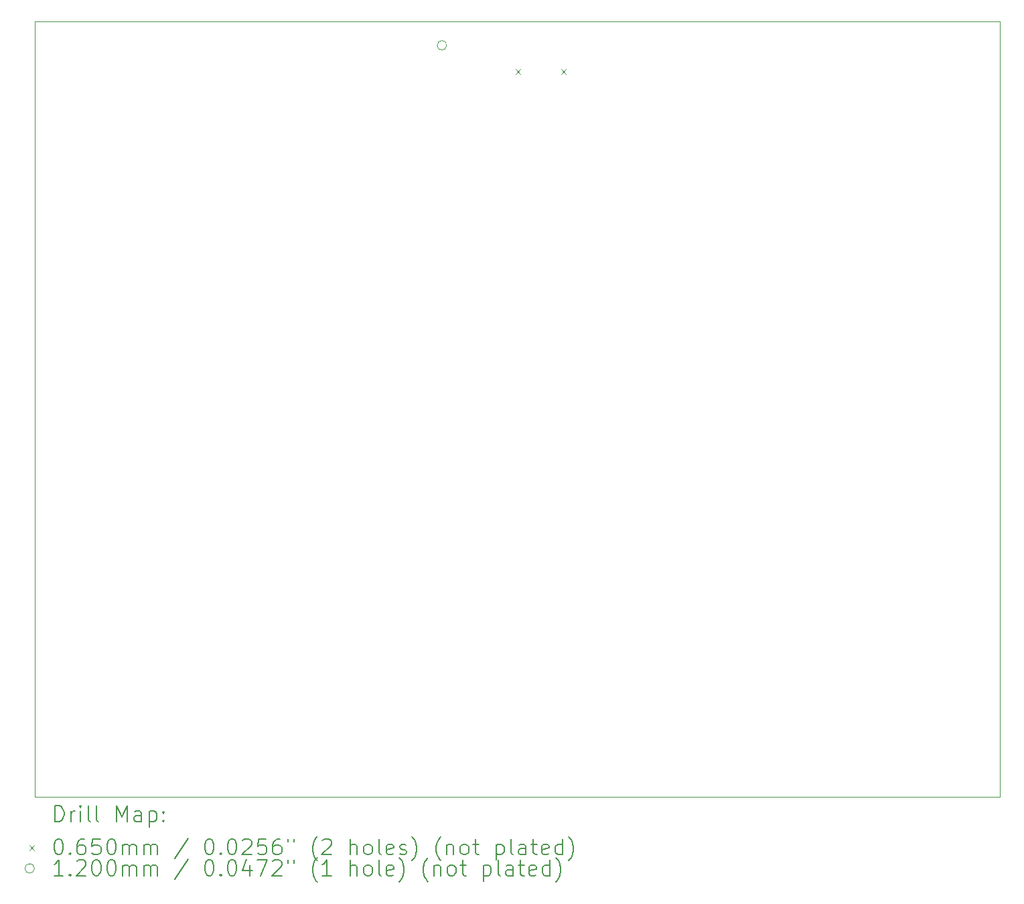
<source format=gbr>
%TF.GenerationSoftware,KiCad,Pcbnew,8.0.0*%
%TF.CreationDate,2024-03-13T17:16:56-04:00*%
%TF.ProjectId,VNA,564e412e-6b69-4636-9164-5f7063625858,rev?*%
%TF.SameCoordinates,PX535a28cPY8422900*%
%TF.FileFunction,Drillmap*%
%TF.FilePolarity,Positive*%
%FSLAX45Y45*%
G04 Gerber Fmt 4.5, Leading zero omitted, Abs format (unit mm)*
G04 Created by KiCad (PCBNEW 8.0.0) date 2024-03-13 17:16:56*
%MOMM*%
%LPD*%
G01*
G04 APERTURE LIST*
%ADD10C,0.050000*%
%ADD11C,0.200000*%
%ADD12C,0.100000*%
%ADD13C,0.120000*%
G04 APERTURE END LIST*
D10*
X12200000Y9600000D02*
X0Y9600000D01*
X0Y-200000D02*
X12200000Y-200000D01*
X0Y9600000D02*
X0Y-200000D01*
X12200000Y-200000D02*
X12200000Y9600000D01*
D11*
D12*
X6078390Y9002360D02*
X6143390Y8937360D01*
X6143390Y9002360D02*
X6078390Y8937360D01*
X6656390Y9002360D02*
X6721390Y8937360D01*
X6721390Y9002360D02*
X6656390Y8937360D01*
D13*
X5210000Y9300000D02*
G75*
G02*
X5090000Y9300000I-60000J0D01*
G01*
X5090000Y9300000D02*
G75*
G02*
X5210000Y9300000I60000J0D01*
G01*
D11*
X258277Y-513984D02*
X258277Y-313984D01*
X258277Y-313984D02*
X305896Y-313984D01*
X305896Y-313984D02*
X334467Y-323508D01*
X334467Y-323508D02*
X353515Y-342555D01*
X353515Y-342555D02*
X363039Y-361603D01*
X363039Y-361603D02*
X372562Y-399698D01*
X372562Y-399698D02*
X372562Y-428269D01*
X372562Y-428269D02*
X363039Y-466365D01*
X363039Y-466365D02*
X353515Y-485412D01*
X353515Y-485412D02*
X334467Y-504460D01*
X334467Y-504460D02*
X305896Y-513984D01*
X305896Y-513984D02*
X258277Y-513984D01*
X458277Y-513984D02*
X458277Y-380650D01*
X458277Y-418746D02*
X467801Y-399698D01*
X467801Y-399698D02*
X477324Y-390174D01*
X477324Y-390174D02*
X496372Y-380650D01*
X496372Y-380650D02*
X515420Y-380650D01*
X582086Y-513984D02*
X582086Y-380650D01*
X582086Y-313984D02*
X572563Y-323508D01*
X572563Y-323508D02*
X582086Y-333031D01*
X582086Y-333031D02*
X591610Y-323508D01*
X591610Y-323508D02*
X582086Y-313984D01*
X582086Y-313984D02*
X582086Y-333031D01*
X705896Y-513984D02*
X686848Y-504460D01*
X686848Y-504460D02*
X677324Y-485412D01*
X677324Y-485412D02*
X677324Y-313984D01*
X810658Y-513984D02*
X791610Y-504460D01*
X791610Y-504460D02*
X782086Y-485412D01*
X782086Y-485412D02*
X782086Y-313984D01*
X1039229Y-513984D02*
X1039229Y-313984D01*
X1039229Y-313984D02*
X1105896Y-456841D01*
X1105896Y-456841D02*
X1172563Y-313984D01*
X1172563Y-313984D02*
X1172563Y-513984D01*
X1353515Y-513984D02*
X1353515Y-409222D01*
X1353515Y-409222D02*
X1343991Y-390174D01*
X1343991Y-390174D02*
X1324944Y-380650D01*
X1324944Y-380650D02*
X1286848Y-380650D01*
X1286848Y-380650D02*
X1267801Y-390174D01*
X1353515Y-504460D02*
X1334467Y-513984D01*
X1334467Y-513984D02*
X1286848Y-513984D01*
X1286848Y-513984D02*
X1267801Y-504460D01*
X1267801Y-504460D02*
X1258277Y-485412D01*
X1258277Y-485412D02*
X1258277Y-466365D01*
X1258277Y-466365D02*
X1267801Y-447317D01*
X1267801Y-447317D02*
X1286848Y-437793D01*
X1286848Y-437793D02*
X1334467Y-437793D01*
X1334467Y-437793D02*
X1353515Y-428269D01*
X1448753Y-380650D02*
X1448753Y-580650D01*
X1448753Y-390174D02*
X1467801Y-380650D01*
X1467801Y-380650D02*
X1505896Y-380650D01*
X1505896Y-380650D02*
X1524943Y-390174D01*
X1524943Y-390174D02*
X1534467Y-399698D01*
X1534467Y-399698D02*
X1543991Y-418746D01*
X1543991Y-418746D02*
X1543991Y-475888D01*
X1543991Y-475888D02*
X1534467Y-494936D01*
X1534467Y-494936D02*
X1524943Y-504460D01*
X1524943Y-504460D02*
X1505896Y-513984D01*
X1505896Y-513984D02*
X1467801Y-513984D01*
X1467801Y-513984D02*
X1448753Y-504460D01*
X1629705Y-494936D02*
X1639229Y-504460D01*
X1639229Y-504460D02*
X1629705Y-513984D01*
X1629705Y-513984D02*
X1620182Y-504460D01*
X1620182Y-504460D02*
X1629705Y-494936D01*
X1629705Y-494936D02*
X1629705Y-513984D01*
X1629705Y-390174D02*
X1639229Y-399698D01*
X1639229Y-399698D02*
X1629705Y-409222D01*
X1629705Y-409222D02*
X1620182Y-399698D01*
X1620182Y-399698D02*
X1629705Y-390174D01*
X1629705Y-390174D02*
X1629705Y-409222D01*
D12*
X-67500Y-810000D02*
X-2500Y-875000D01*
X-2500Y-810000D02*
X-67500Y-875000D01*
D11*
X296372Y-733984D02*
X315420Y-733984D01*
X315420Y-733984D02*
X334467Y-743508D01*
X334467Y-743508D02*
X343991Y-753031D01*
X343991Y-753031D02*
X353515Y-772079D01*
X353515Y-772079D02*
X363039Y-810174D01*
X363039Y-810174D02*
X363039Y-857793D01*
X363039Y-857793D02*
X353515Y-895888D01*
X353515Y-895888D02*
X343991Y-914936D01*
X343991Y-914936D02*
X334467Y-924460D01*
X334467Y-924460D02*
X315420Y-933984D01*
X315420Y-933984D02*
X296372Y-933984D01*
X296372Y-933984D02*
X277324Y-924460D01*
X277324Y-924460D02*
X267801Y-914936D01*
X267801Y-914936D02*
X258277Y-895888D01*
X258277Y-895888D02*
X248753Y-857793D01*
X248753Y-857793D02*
X248753Y-810174D01*
X248753Y-810174D02*
X258277Y-772079D01*
X258277Y-772079D02*
X267801Y-753031D01*
X267801Y-753031D02*
X277324Y-743508D01*
X277324Y-743508D02*
X296372Y-733984D01*
X448753Y-914936D02*
X458277Y-924460D01*
X458277Y-924460D02*
X448753Y-933984D01*
X448753Y-933984D02*
X439229Y-924460D01*
X439229Y-924460D02*
X448753Y-914936D01*
X448753Y-914936D02*
X448753Y-933984D01*
X629705Y-733984D02*
X591610Y-733984D01*
X591610Y-733984D02*
X572563Y-743508D01*
X572563Y-743508D02*
X563039Y-753031D01*
X563039Y-753031D02*
X543991Y-781603D01*
X543991Y-781603D02*
X534467Y-819698D01*
X534467Y-819698D02*
X534467Y-895888D01*
X534467Y-895888D02*
X543991Y-914936D01*
X543991Y-914936D02*
X553515Y-924460D01*
X553515Y-924460D02*
X572563Y-933984D01*
X572563Y-933984D02*
X610658Y-933984D01*
X610658Y-933984D02*
X629705Y-924460D01*
X629705Y-924460D02*
X639229Y-914936D01*
X639229Y-914936D02*
X648753Y-895888D01*
X648753Y-895888D02*
X648753Y-848269D01*
X648753Y-848269D02*
X639229Y-829222D01*
X639229Y-829222D02*
X629705Y-819698D01*
X629705Y-819698D02*
X610658Y-810174D01*
X610658Y-810174D02*
X572563Y-810174D01*
X572563Y-810174D02*
X553515Y-819698D01*
X553515Y-819698D02*
X543991Y-829222D01*
X543991Y-829222D02*
X534467Y-848269D01*
X829705Y-733984D02*
X734467Y-733984D01*
X734467Y-733984D02*
X724943Y-829222D01*
X724943Y-829222D02*
X734467Y-819698D01*
X734467Y-819698D02*
X753515Y-810174D01*
X753515Y-810174D02*
X801134Y-810174D01*
X801134Y-810174D02*
X820182Y-819698D01*
X820182Y-819698D02*
X829705Y-829222D01*
X829705Y-829222D02*
X839229Y-848269D01*
X839229Y-848269D02*
X839229Y-895888D01*
X839229Y-895888D02*
X829705Y-914936D01*
X829705Y-914936D02*
X820182Y-924460D01*
X820182Y-924460D02*
X801134Y-933984D01*
X801134Y-933984D02*
X753515Y-933984D01*
X753515Y-933984D02*
X734467Y-924460D01*
X734467Y-924460D02*
X724943Y-914936D01*
X963039Y-733984D02*
X982086Y-733984D01*
X982086Y-733984D02*
X1001134Y-743508D01*
X1001134Y-743508D02*
X1010658Y-753031D01*
X1010658Y-753031D02*
X1020182Y-772079D01*
X1020182Y-772079D02*
X1029705Y-810174D01*
X1029705Y-810174D02*
X1029705Y-857793D01*
X1029705Y-857793D02*
X1020182Y-895888D01*
X1020182Y-895888D02*
X1010658Y-914936D01*
X1010658Y-914936D02*
X1001134Y-924460D01*
X1001134Y-924460D02*
X982086Y-933984D01*
X982086Y-933984D02*
X963039Y-933984D01*
X963039Y-933984D02*
X943991Y-924460D01*
X943991Y-924460D02*
X934467Y-914936D01*
X934467Y-914936D02*
X924943Y-895888D01*
X924943Y-895888D02*
X915420Y-857793D01*
X915420Y-857793D02*
X915420Y-810174D01*
X915420Y-810174D02*
X924943Y-772079D01*
X924943Y-772079D02*
X934467Y-753031D01*
X934467Y-753031D02*
X943991Y-743508D01*
X943991Y-743508D02*
X963039Y-733984D01*
X1115420Y-933984D02*
X1115420Y-800650D01*
X1115420Y-819698D02*
X1124944Y-810174D01*
X1124944Y-810174D02*
X1143991Y-800650D01*
X1143991Y-800650D02*
X1172563Y-800650D01*
X1172563Y-800650D02*
X1191610Y-810174D01*
X1191610Y-810174D02*
X1201134Y-829222D01*
X1201134Y-829222D02*
X1201134Y-933984D01*
X1201134Y-829222D02*
X1210658Y-810174D01*
X1210658Y-810174D02*
X1229705Y-800650D01*
X1229705Y-800650D02*
X1258277Y-800650D01*
X1258277Y-800650D02*
X1277325Y-810174D01*
X1277325Y-810174D02*
X1286848Y-829222D01*
X1286848Y-829222D02*
X1286848Y-933984D01*
X1382086Y-933984D02*
X1382086Y-800650D01*
X1382086Y-819698D02*
X1391610Y-810174D01*
X1391610Y-810174D02*
X1410658Y-800650D01*
X1410658Y-800650D02*
X1439229Y-800650D01*
X1439229Y-800650D02*
X1458277Y-810174D01*
X1458277Y-810174D02*
X1467801Y-829222D01*
X1467801Y-829222D02*
X1467801Y-933984D01*
X1467801Y-829222D02*
X1477324Y-810174D01*
X1477324Y-810174D02*
X1496372Y-800650D01*
X1496372Y-800650D02*
X1524943Y-800650D01*
X1524943Y-800650D02*
X1543991Y-810174D01*
X1543991Y-810174D02*
X1553515Y-829222D01*
X1553515Y-829222D02*
X1553515Y-933984D01*
X1943991Y-724460D02*
X1772563Y-981603D01*
X2201134Y-733984D02*
X2220182Y-733984D01*
X2220182Y-733984D02*
X2239229Y-743508D01*
X2239229Y-743508D02*
X2248753Y-753031D01*
X2248753Y-753031D02*
X2258277Y-772079D01*
X2258277Y-772079D02*
X2267801Y-810174D01*
X2267801Y-810174D02*
X2267801Y-857793D01*
X2267801Y-857793D02*
X2258277Y-895888D01*
X2258277Y-895888D02*
X2248753Y-914936D01*
X2248753Y-914936D02*
X2239229Y-924460D01*
X2239229Y-924460D02*
X2220182Y-933984D01*
X2220182Y-933984D02*
X2201134Y-933984D01*
X2201134Y-933984D02*
X2182087Y-924460D01*
X2182087Y-924460D02*
X2172563Y-914936D01*
X2172563Y-914936D02*
X2163039Y-895888D01*
X2163039Y-895888D02*
X2153515Y-857793D01*
X2153515Y-857793D02*
X2153515Y-810174D01*
X2153515Y-810174D02*
X2163039Y-772079D01*
X2163039Y-772079D02*
X2172563Y-753031D01*
X2172563Y-753031D02*
X2182087Y-743508D01*
X2182087Y-743508D02*
X2201134Y-733984D01*
X2353515Y-914936D02*
X2363039Y-924460D01*
X2363039Y-924460D02*
X2353515Y-933984D01*
X2353515Y-933984D02*
X2343991Y-924460D01*
X2343991Y-924460D02*
X2353515Y-914936D01*
X2353515Y-914936D02*
X2353515Y-933984D01*
X2486848Y-733984D02*
X2505896Y-733984D01*
X2505896Y-733984D02*
X2524944Y-743508D01*
X2524944Y-743508D02*
X2534468Y-753031D01*
X2534468Y-753031D02*
X2543991Y-772079D01*
X2543991Y-772079D02*
X2553515Y-810174D01*
X2553515Y-810174D02*
X2553515Y-857793D01*
X2553515Y-857793D02*
X2543991Y-895888D01*
X2543991Y-895888D02*
X2534468Y-914936D01*
X2534468Y-914936D02*
X2524944Y-924460D01*
X2524944Y-924460D02*
X2505896Y-933984D01*
X2505896Y-933984D02*
X2486848Y-933984D01*
X2486848Y-933984D02*
X2467801Y-924460D01*
X2467801Y-924460D02*
X2458277Y-914936D01*
X2458277Y-914936D02*
X2448753Y-895888D01*
X2448753Y-895888D02*
X2439229Y-857793D01*
X2439229Y-857793D02*
X2439229Y-810174D01*
X2439229Y-810174D02*
X2448753Y-772079D01*
X2448753Y-772079D02*
X2458277Y-753031D01*
X2458277Y-753031D02*
X2467801Y-743508D01*
X2467801Y-743508D02*
X2486848Y-733984D01*
X2629706Y-753031D02*
X2639229Y-743508D01*
X2639229Y-743508D02*
X2658277Y-733984D01*
X2658277Y-733984D02*
X2705896Y-733984D01*
X2705896Y-733984D02*
X2724944Y-743508D01*
X2724944Y-743508D02*
X2734468Y-753031D01*
X2734468Y-753031D02*
X2743991Y-772079D01*
X2743991Y-772079D02*
X2743991Y-791127D01*
X2743991Y-791127D02*
X2734468Y-819698D01*
X2734468Y-819698D02*
X2620182Y-933984D01*
X2620182Y-933984D02*
X2743991Y-933984D01*
X2924944Y-733984D02*
X2829706Y-733984D01*
X2829706Y-733984D02*
X2820182Y-829222D01*
X2820182Y-829222D02*
X2829706Y-819698D01*
X2829706Y-819698D02*
X2848753Y-810174D01*
X2848753Y-810174D02*
X2896372Y-810174D01*
X2896372Y-810174D02*
X2915420Y-819698D01*
X2915420Y-819698D02*
X2924944Y-829222D01*
X2924944Y-829222D02*
X2934467Y-848269D01*
X2934467Y-848269D02*
X2934467Y-895888D01*
X2934467Y-895888D02*
X2924944Y-914936D01*
X2924944Y-914936D02*
X2915420Y-924460D01*
X2915420Y-924460D02*
X2896372Y-933984D01*
X2896372Y-933984D02*
X2848753Y-933984D01*
X2848753Y-933984D02*
X2829706Y-924460D01*
X2829706Y-924460D02*
X2820182Y-914936D01*
X3105896Y-733984D02*
X3067801Y-733984D01*
X3067801Y-733984D02*
X3048753Y-743508D01*
X3048753Y-743508D02*
X3039229Y-753031D01*
X3039229Y-753031D02*
X3020182Y-781603D01*
X3020182Y-781603D02*
X3010658Y-819698D01*
X3010658Y-819698D02*
X3010658Y-895888D01*
X3010658Y-895888D02*
X3020182Y-914936D01*
X3020182Y-914936D02*
X3029706Y-924460D01*
X3029706Y-924460D02*
X3048753Y-933984D01*
X3048753Y-933984D02*
X3086848Y-933984D01*
X3086848Y-933984D02*
X3105896Y-924460D01*
X3105896Y-924460D02*
X3115420Y-914936D01*
X3115420Y-914936D02*
X3124944Y-895888D01*
X3124944Y-895888D02*
X3124944Y-848269D01*
X3124944Y-848269D02*
X3115420Y-829222D01*
X3115420Y-829222D02*
X3105896Y-819698D01*
X3105896Y-819698D02*
X3086848Y-810174D01*
X3086848Y-810174D02*
X3048753Y-810174D01*
X3048753Y-810174D02*
X3029706Y-819698D01*
X3029706Y-819698D02*
X3020182Y-829222D01*
X3020182Y-829222D02*
X3010658Y-848269D01*
X3201134Y-733984D02*
X3201134Y-772079D01*
X3277325Y-733984D02*
X3277325Y-772079D01*
X3572563Y-1010174D02*
X3563039Y-1000650D01*
X3563039Y-1000650D02*
X3543991Y-972079D01*
X3543991Y-972079D02*
X3534468Y-953031D01*
X3534468Y-953031D02*
X3524944Y-924460D01*
X3524944Y-924460D02*
X3515420Y-876841D01*
X3515420Y-876841D02*
X3515420Y-838746D01*
X3515420Y-838746D02*
X3524944Y-791127D01*
X3524944Y-791127D02*
X3534468Y-762555D01*
X3534468Y-762555D02*
X3543991Y-743508D01*
X3543991Y-743508D02*
X3563039Y-714936D01*
X3563039Y-714936D02*
X3572563Y-705412D01*
X3639229Y-753031D02*
X3648753Y-743508D01*
X3648753Y-743508D02*
X3667801Y-733984D01*
X3667801Y-733984D02*
X3715420Y-733984D01*
X3715420Y-733984D02*
X3734468Y-743508D01*
X3734468Y-743508D02*
X3743991Y-753031D01*
X3743991Y-753031D02*
X3753515Y-772079D01*
X3753515Y-772079D02*
X3753515Y-791127D01*
X3753515Y-791127D02*
X3743991Y-819698D01*
X3743991Y-819698D02*
X3629706Y-933984D01*
X3629706Y-933984D02*
X3753515Y-933984D01*
X3991610Y-933984D02*
X3991610Y-733984D01*
X4077325Y-933984D02*
X4077325Y-829222D01*
X4077325Y-829222D02*
X4067801Y-810174D01*
X4067801Y-810174D02*
X4048753Y-800650D01*
X4048753Y-800650D02*
X4020182Y-800650D01*
X4020182Y-800650D02*
X4001134Y-810174D01*
X4001134Y-810174D02*
X3991610Y-819698D01*
X4201134Y-933984D02*
X4182087Y-924460D01*
X4182087Y-924460D02*
X4172563Y-914936D01*
X4172563Y-914936D02*
X4163039Y-895888D01*
X4163039Y-895888D02*
X4163039Y-838746D01*
X4163039Y-838746D02*
X4172563Y-819698D01*
X4172563Y-819698D02*
X4182087Y-810174D01*
X4182087Y-810174D02*
X4201134Y-800650D01*
X4201134Y-800650D02*
X4229706Y-800650D01*
X4229706Y-800650D02*
X4248753Y-810174D01*
X4248753Y-810174D02*
X4258277Y-819698D01*
X4258277Y-819698D02*
X4267801Y-838746D01*
X4267801Y-838746D02*
X4267801Y-895888D01*
X4267801Y-895888D02*
X4258277Y-914936D01*
X4258277Y-914936D02*
X4248753Y-924460D01*
X4248753Y-924460D02*
X4229706Y-933984D01*
X4229706Y-933984D02*
X4201134Y-933984D01*
X4382087Y-933984D02*
X4363039Y-924460D01*
X4363039Y-924460D02*
X4353515Y-905412D01*
X4353515Y-905412D02*
X4353515Y-733984D01*
X4534468Y-924460D02*
X4515420Y-933984D01*
X4515420Y-933984D02*
X4477325Y-933984D01*
X4477325Y-933984D02*
X4458277Y-924460D01*
X4458277Y-924460D02*
X4448753Y-905412D01*
X4448753Y-905412D02*
X4448753Y-829222D01*
X4448753Y-829222D02*
X4458277Y-810174D01*
X4458277Y-810174D02*
X4477325Y-800650D01*
X4477325Y-800650D02*
X4515420Y-800650D01*
X4515420Y-800650D02*
X4534468Y-810174D01*
X4534468Y-810174D02*
X4543992Y-829222D01*
X4543992Y-829222D02*
X4543992Y-848269D01*
X4543992Y-848269D02*
X4448753Y-867317D01*
X4620182Y-924460D02*
X4639230Y-933984D01*
X4639230Y-933984D02*
X4677325Y-933984D01*
X4677325Y-933984D02*
X4696373Y-924460D01*
X4696373Y-924460D02*
X4705896Y-905412D01*
X4705896Y-905412D02*
X4705896Y-895888D01*
X4705896Y-895888D02*
X4696373Y-876841D01*
X4696373Y-876841D02*
X4677325Y-867317D01*
X4677325Y-867317D02*
X4648753Y-867317D01*
X4648753Y-867317D02*
X4629706Y-857793D01*
X4629706Y-857793D02*
X4620182Y-838746D01*
X4620182Y-838746D02*
X4620182Y-829222D01*
X4620182Y-829222D02*
X4629706Y-810174D01*
X4629706Y-810174D02*
X4648753Y-800650D01*
X4648753Y-800650D02*
X4677325Y-800650D01*
X4677325Y-800650D02*
X4696373Y-810174D01*
X4772563Y-1010174D02*
X4782087Y-1000650D01*
X4782087Y-1000650D02*
X4801134Y-972079D01*
X4801134Y-972079D02*
X4810658Y-953031D01*
X4810658Y-953031D02*
X4820182Y-924460D01*
X4820182Y-924460D02*
X4829706Y-876841D01*
X4829706Y-876841D02*
X4829706Y-838746D01*
X4829706Y-838746D02*
X4820182Y-791127D01*
X4820182Y-791127D02*
X4810658Y-762555D01*
X4810658Y-762555D02*
X4801134Y-743508D01*
X4801134Y-743508D02*
X4782087Y-714936D01*
X4782087Y-714936D02*
X4772563Y-705412D01*
X5134468Y-1010174D02*
X5124944Y-1000650D01*
X5124944Y-1000650D02*
X5105896Y-972079D01*
X5105896Y-972079D02*
X5096373Y-953031D01*
X5096373Y-953031D02*
X5086849Y-924460D01*
X5086849Y-924460D02*
X5077325Y-876841D01*
X5077325Y-876841D02*
X5077325Y-838746D01*
X5077325Y-838746D02*
X5086849Y-791127D01*
X5086849Y-791127D02*
X5096373Y-762555D01*
X5096373Y-762555D02*
X5105896Y-743508D01*
X5105896Y-743508D02*
X5124944Y-714936D01*
X5124944Y-714936D02*
X5134468Y-705412D01*
X5210658Y-800650D02*
X5210658Y-933984D01*
X5210658Y-819698D02*
X5220182Y-810174D01*
X5220182Y-810174D02*
X5239230Y-800650D01*
X5239230Y-800650D02*
X5267801Y-800650D01*
X5267801Y-800650D02*
X5286849Y-810174D01*
X5286849Y-810174D02*
X5296373Y-829222D01*
X5296373Y-829222D02*
X5296373Y-933984D01*
X5420182Y-933984D02*
X5401134Y-924460D01*
X5401134Y-924460D02*
X5391611Y-914936D01*
X5391611Y-914936D02*
X5382087Y-895888D01*
X5382087Y-895888D02*
X5382087Y-838746D01*
X5382087Y-838746D02*
X5391611Y-819698D01*
X5391611Y-819698D02*
X5401134Y-810174D01*
X5401134Y-810174D02*
X5420182Y-800650D01*
X5420182Y-800650D02*
X5448754Y-800650D01*
X5448754Y-800650D02*
X5467801Y-810174D01*
X5467801Y-810174D02*
X5477325Y-819698D01*
X5477325Y-819698D02*
X5486849Y-838746D01*
X5486849Y-838746D02*
X5486849Y-895888D01*
X5486849Y-895888D02*
X5477325Y-914936D01*
X5477325Y-914936D02*
X5467801Y-924460D01*
X5467801Y-924460D02*
X5448754Y-933984D01*
X5448754Y-933984D02*
X5420182Y-933984D01*
X5543992Y-800650D02*
X5620182Y-800650D01*
X5572563Y-733984D02*
X5572563Y-905412D01*
X5572563Y-905412D02*
X5582087Y-924460D01*
X5582087Y-924460D02*
X5601134Y-933984D01*
X5601134Y-933984D02*
X5620182Y-933984D01*
X5839230Y-800650D02*
X5839230Y-1000650D01*
X5839230Y-810174D02*
X5858277Y-800650D01*
X5858277Y-800650D02*
X5896373Y-800650D01*
X5896373Y-800650D02*
X5915420Y-810174D01*
X5915420Y-810174D02*
X5924944Y-819698D01*
X5924944Y-819698D02*
X5934468Y-838746D01*
X5934468Y-838746D02*
X5934468Y-895888D01*
X5934468Y-895888D02*
X5924944Y-914936D01*
X5924944Y-914936D02*
X5915420Y-924460D01*
X5915420Y-924460D02*
X5896373Y-933984D01*
X5896373Y-933984D02*
X5858277Y-933984D01*
X5858277Y-933984D02*
X5839230Y-924460D01*
X6048753Y-933984D02*
X6029706Y-924460D01*
X6029706Y-924460D02*
X6020182Y-905412D01*
X6020182Y-905412D02*
X6020182Y-733984D01*
X6210658Y-933984D02*
X6210658Y-829222D01*
X6210658Y-829222D02*
X6201134Y-810174D01*
X6201134Y-810174D02*
X6182087Y-800650D01*
X6182087Y-800650D02*
X6143992Y-800650D01*
X6143992Y-800650D02*
X6124944Y-810174D01*
X6210658Y-924460D02*
X6191611Y-933984D01*
X6191611Y-933984D02*
X6143992Y-933984D01*
X6143992Y-933984D02*
X6124944Y-924460D01*
X6124944Y-924460D02*
X6115420Y-905412D01*
X6115420Y-905412D02*
X6115420Y-886365D01*
X6115420Y-886365D02*
X6124944Y-867317D01*
X6124944Y-867317D02*
X6143992Y-857793D01*
X6143992Y-857793D02*
X6191611Y-857793D01*
X6191611Y-857793D02*
X6210658Y-848269D01*
X6277325Y-800650D02*
X6353515Y-800650D01*
X6305896Y-733984D02*
X6305896Y-905412D01*
X6305896Y-905412D02*
X6315420Y-924460D01*
X6315420Y-924460D02*
X6334468Y-933984D01*
X6334468Y-933984D02*
X6353515Y-933984D01*
X6496373Y-924460D02*
X6477325Y-933984D01*
X6477325Y-933984D02*
X6439230Y-933984D01*
X6439230Y-933984D02*
X6420182Y-924460D01*
X6420182Y-924460D02*
X6410658Y-905412D01*
X6410658Y-905412D02*
X6410658Y-829222D01*
X6410658Y-829222D02*
X6420182Y-810174D01*
X6420182Y-810174D02*
X6439230Y-800650D01*
X6439230Y-800650D02*
X6477325Y-800650D01*
X6477325Y-800650D02*
X6496373Y-810174D01*
X6496373Y-810174D02*
X6505896Y-829222D01*
X6505896Y-829222D02*
X6505896Y-848269D01*
X6505896Y-848269D02*
X6410658Y-867317D01*
X6677325Y-933984D02*
X6677325Y-733984D01*
X6677325Y-924460D02*
X6658277Y-933984D01*
X6658277Y-933984D02*
X6620182Y-933984D01*
X6620182Y-933984D02*
X6601134Y-924460D01*
X6601134Y-924460D02*
X6591611Y-914936D01*
X6591611Y-914936D02*
X6582087Y-895888D01*
X6582087Y-895888D02*
X6582087Y-838746D01*
X6582087Y-838746D02*
X6591611Y-819698D01*
X6591611Y-819698D02*
X6601134Y-810174D01*
X6601134Y-810174D02*
X6620182Y-800650D01*
X6620182Y-800650D02*
X6658277Y-800650D01*
X6658277Y-800650D02*
X6677325Y-810174D01*
X6753515Y-1010174D02*
X6763039Y-1000650D01*
X6763039Y-1000650D02*
X6782087Y-972079D01*
X6782087Y-972079D02*
X6791611Y-953031D01*
X6791611Y-953031D02*
X6801134Y-924460D01*
X6801134Y-924460D02*
X6810658Y-876841D01*
X6810658Y-876841D02*
X6810658Y-838746D01*
X6810658Y-838746D02*
X6801134Y-791127D01*
X6801134Y-791127D02*
X6791611Y-762555D01*
X6791611Y-762555D02*
X6782087Y-743508D01*
X6782087Y-743508D02*
X6763039Y-714936D01*
X6763039Y-714936D02*
X6753515Y-705412D01*
D13*
X-2500Y-1106500D02*
G75*
G02*
X-122500Y-1106500I-60000J0D01*
G01*
X-122500Y-1106500D02*
G75*
G02*
X-2500Y-1106500I60000J0D01*
G01*
D11*
X363039Y-1197984D02*
X248753Y-1197984D01*
X305896Y-1197984D02*
X305896Y-997984D01*
X305896Y-997984D02*
X286848Y-1026555D01*
X286848Y-1026555D02*
X267801Y-1045603D01*
X267801Y-1045603D02*
X248753Y-1055127D01*
X448753Y-1178936D02*
X458277Y-1188460D01*
X458277Y-1188460D02*
X448753Y-1197984D01*
X448753Y-1197984D02*
X439229Y-1188460D01*
X439229Y-1188460D02*
X448753Y-1178936D01*
X448753Y-1178936D02*
X448753Y-1197984D01*
X534467Y-1017031D02*
X543991Y-1007508D01*
X543991Y-1007508D02*
X563039Y-997984D01*
X563039Y-997984D02*
X610658Y-997984D01*
X610658Y-997984D02*
X629705Y-1007508D01*
X629705Y-1007508D02*
X639229Y-1017031D01*
X639229Y-1017031D02*
X648753Y-1036079D01*
X648753Y-1036079D02*
X648753Y-1055127D01*
X648753Y-1055127D02*
X639229Y-1083698D01*
X639229Y-1083698D02*
X524944Y-1197984D01*
X524944Y-1197984D02*
X648753Y-1197984D01*
X772562Y-997984D02*
X791610Y-997984D01*
X791610Y-997984D02*
X810658Y-1007508D01*
X810658Y-1007508D02*
X820182Y-1017031D01*
X820182Y-1017031D02*
X829705Y-1036079D01*
X829705Y-1036079D02*
X839229Y-1074174D01*
X839229Y-1074174D02*
X839229Y-1121793D01*
X839229Y-1121793D02*
X829705Y-1159889D01*
X829705Y-1159889D02*
X820182Y-1178936D01*
X820182Y-1178936D02*
X810658Y-1188460D01*
X810658Y-1188460D02*
X791610Y-1197984D01*
X791610Y-1197984D02*
X772562Y-1197984D01*
X772562Y-1197984D02*
X753515Y-1188460D01*
X753515Y-1188460D02*
X743991Y-1178936D01*
X743991Y-1178936D02*
X734467Y-1159889D01*
X734467Y-1159889D02*
X724943Y-1121793D01*
X724943Y-1121793D02*
X724943Y-1074174D01*
X724943Y-1074174D02*
X734467Y-1036079D01*
X734467Y-1036079D02*
X743991Y-1017031D01*
X743991Y-1017031D02*
X753515Y-1007508D01*
X753515Y-1007508D02*
X772562Y-997984D01*
X963039Y-997984D02*
X982086Y-997984D01*
X982086Y-997984D02*
X1001134Y-1007508D01*
X1001134Y-1007508D02*
X1010658Y-1017031D01*
X1010658Y-1017031D02*
X1020182Y-1036079D01*
X1020182Y-1036079D02*
X1029705Y-1074174D01*
X1029705Y-1074174D02*
X1029705Y-1121793D01*
X1029705Y-1121793D02*
X1020182Y-1159889D01*
X1020182Y-1159889D02*
X1010658Y-1178936D01*
X1010658Y-1178936D02*
X1001134Y-1188460D01*
X1001134Y-1188460D02*
X982086Y-1197984D01*
X982086Y-1197984D02*
X963039Y-1197984D01*
X963039Y-1197984D02*
X943991Y-1188460D01*
X943991Y-1188460D02*
X934467Y-1178936D01*
X934467Y-1178936D02*
X924943Y-1159889D01*
X924943Y-1159889D02*
X915420Y-1121793D01*
X915420Y-1121793D02*
X915420Y-1074174D01*
X915420Y-1074174D02*
X924943Y-1036079D01*
X924943Y-1036079D02*
X934467Y-1017031D01*
X934467Y-1017031D02*
X943991Y-1007508D01*
X943991Y-1007508D02*
X963039Y-997984D01*
X1115420Y-1197984D02*
X1115420Y-1064650D01*
X1115420Y-1083698D02*
X1124944Y-1074174D01*
X1124944Y-1074174D02*
X1143991Y-1064650D01*
X1143991Y-1064650D02*
X1172563Y-1064650D01*
X1172563Y-1064650D02*
X1191610Y-1074174D01*
X1191610Y-1074174D02*
X1201134Y-1093222D01*
X1201134Y-1093222D02*
X1201134Y-1197984D01*
X1201134Y-1093222D02*
X1210658Y-1074174D01*
X1210658Y-1074174D02*
X1229705Y-1064650D01*
X1229705Y-1064650D02*
X1258277Y-1064650D01*
X1258277Y-1064650D02*
X1277325Y-1074174D01*
X1277325Y-1074174D02*
X1286848Y-1093222D01*
X1286848Y-1093222D02*
X1286848Y-1197984D01*
X1382086Y-1197984D02*
X1382086Y-1064650D01*
X1382086Y-1083698D02*
X1391610Y-1074174D01*
X1391610Y-1074174D02*
X1410658Y-1064650D01*
X1410658Y-1064650D02*
X1439229Y-1064650D01*
X1439229Y-1064650D02*
X1458277Y-1074174D01*
X1458277Y-1074174D02*
X1467801Y-1093222D01*
X1467801Y-1093222D02*
X1467801Y-1197984D01*
X1467801Y-1093222D02*
X1477324Y-1074174D01*
X1477324Y-1074174D02*
X1496372Y-1064650D01*
X1496372Y-1064650D02*
X1524943Y-1064650D01*
X1524943Y-1064650D02*
X1543991Y-1074174D01*
X1543991Y-1074174D02*
X1553515Y-1093222D01*
X1553515Y-1093222D02*
X1553515Y-1197984D01*
X1943991Y-988460D02*
X1772563Y-1245603D01*
X2201134Y-997984D02*
X2220182Y-997984D01*
X2220182Y-997984D02*
X2239229Y-1007508D01*
X2239229Y-1007508D02*
X2248753Y-1017031D01*
X2248753Y-1017031D02*
X2258277Y-1036079D01*
X2258277Y-1036079D02*
X2267801Y-1074174D01*
X2267801Y-1074174D02*
X2267801Y-1121793D01*
X2267801Y-1121793D02*
X2258277Y-1159889D01*
X2258277Y-1159889D02*
X2248753Y-1178936D01*
X2248753Y-1178936D02*
X2239229Y-1188460D01*
X2239229Y-1188460D02*
X2220182Y-1197984D01*
X2220182Y-1197984D02*
X2201134Y-1197984D01*
X2201134Y-1197984D02*
X2182087Y-1188460D01*
X2182087Y-1188460D02*
X2172563Y-1178936D01*
X2172563Y-1178936D02*
X2163039Y-1159889D01*
X2163039Y-1159889D02*
X2153515Y-1121793D01*
X2153515Y-1121793D02*
X2153515Y-1074174D01*
X2153515Y-1074174D02*
X2163039Y-1036079D01*
X2163039Y-1036079D02*
X2172563Y-1017031D01*
X2172563Y-1017031D02*
X2182087Y-1007508D01*
X2182087Y-1007508D02*
X2201134Y-997984D01*
X2353515Y-1178936D02*
X2363039Y-1188460D01*
X2363039Y-1188460D02*
X2353515Y-1197984D01*
X2353515Y-1197984D02*
X2343991Y-1188460D01*
X2343991Y-1188460D02*
X2353515Y-1178936D01*
X2353515Y-1178936D02*
X2353515Y-1197984D01*
X2486848Y-997984D02*
X2505896Y-997984D01*
X2505896Y-997984D02*
X2524944Y-1007508D01*
X2524944Y-1007508D02*
X2534468Y-1017031D01*
X2534468Y-1017031D02*
X2543991Y-1036079D01*
X2543991Y-1036079D02*
X2553515Y-1074174D01*
X2553515Y-1074174D02*
X2553515Y-1121793D01*
X2553515Y-1121793D02*
X2543991Y-1159889D01*
X2543991Y-1159889D02*
X2534468Y-1178936D01*
X2534468Y-1178936D02*
X2524944Y-1188460D01*
X2524944Y-1188460D02*
X2505896Y-1197984D01*
X2505896Y-1197984D02*
X2486848Y-1197984D01*
X2486848Y-1197984D02*
X2467801Y-1188460D01*
X2467801Y-1188460D02*
X2458277Y-1178936D01*
X2458277Y-1178936D02*
X2448753Y-1159889D01*
X2448753Y-1159889D02*
X2439229Y-1121793D01*
X2439229Y-1121793D02*
X2439229Y-1074174D01*
X2439229Y-1074174D02*
X2448753Y-1036079D01*
X2448753Y-1036079D02*
X2458277Y-1017031D01*
X2458277Y-1017031D02*
X2467801Y-1007508D01*
X2467801Y-1007508D02*
X2486848Y-997984D01*
X2724944Y-1064650D02*
X2724944Y-1197984D01*
X2677325Y-988460D02*
X2629706Y-1131317D01*
X2629706Y-1131317D02*
X2753515Y-1131317D01*
X2810658Y-997984D02*
X2943991Y-997984D01*
X2943991Y-997984D02*
X2858277Y-1197984D01*
X3010658Y-1017031D02*
X3020182Y-1007508D01*
X3020182Y-1007508D02*
X3039229Y-997984D01*
X3039229Y-997984D02*
X3086848Y-997984D01*
X3086848Y-997984D02*
X3105896Y-1007508D01*
X3105896Y-1007508D02*
X3115420Y-1017031D01*
X3115420Y-1017031D02*
X3124944Y-1036079D01*
X3124944Y-1036079D02*
X3124944Y-1055127D01*
X3124944Y-1055127D02*
X3115420Y-1083698D01*
X3115420Y-1083698D02*
X3001134Y-1197984D01*
X3001134Y-1197984D02*
X3124944Y-1197984D01*
X3201134Y-997984D02*
X3201134Y-1036079D01*
X3277325Y-997984D02*
X3277325Y-1036079D01*
X3572563Y-1274174D02*
X3563039Y-1264650D01*
X3563039Y-1264650D02*
X3543991Y-1236079D01*
X3543991Y-1236079D02*
X3534468Y-1217031D01*
X3534468Y-1217031D02*
X3524944Y-1188460D01*
X3524944Y-1188460D02*
X3515420Y-1140841D01*
X3515420Y-1140841D02*
X3515420Y-1102746D01*
X3515420Y-1102746D02*
X3524944Y-1055127D01*
X3524944Y-1055127D02*
X3534468Y-1026555D01*
X3534468Y-1026555D02*
X3543991Y-1007508D01*
X3543991Y-1007508D02*
X3563039Y-978936D01*
X3563039Y-978936D02*
X3572563Y-969412D01*
X3753515Y-1197984D02*
X3639229Y-1197984D01*
X3696372Y-1197984D02*
X3696372Y-997984D01*
X3696372Y-997984D02*
X3677325Y-1026555D01*
X3677325Y-1026555D02*
X3658277Y-1045603D01*
X3658277Y-1045603D02*
X3639229Y-1055127D01*
X3991610Y-1197984D02*
X3991610Y-997984D01*
X4077325Y-1197984D02*
X4077325Y-1093222D01*
X4077325Y-1093222D02*
X4067801Y-1074174D01*
X4067801Y-1074174D02*
X4048753Y-1064650D01*
X4048753Y-1064650D02*
X4020182Y-1064650D01*
X4020182Y-1064650D02*
X4001134Y-1074174D01*
X4001134Y-1074174D02*
X3991610Y-1083698D01*
X4201134Y-1197984D02*
X4182087Y-1188460D01*
X4182087Y-1188460D02*
X4172563Y-1178936D01*
X4172563Y-1178936D02*
X4163039Y-1159889D01*
X4163039Y-1159889D02*
X4163039Y-1102746D01*
X4163039Y-1102746D02*
X4172563Y-1083698D01*
X4172563Y-1083698D02*
X4182087Y-1074174D01*
X4182087Y-1074174D02*
X4201134Y-1064650D01*
X4201134Y-1064650D02*
X4229706Y-1064650D01*
X4229706Y-1064650D02*
X4248753Y-1074174D01*
X4248753Y-1074174D02*
X4258277Y-1083698D01*
X4258277Y-1083698D02*
X4267801Y-1102746D01*
X4267801Y-1102746D02*
X4267801Y-1159889D01*
X4267801Y-1159889D02*
X4258277Y-1178936D01*
X4258277Y-1178936D02*
X4248753Y-1188460D01*
X4248753Y-1188460D02*
X4229706Y-1197984D01*
X4229706Y-1197984D02*
X4201134Y-1197984D01*
X4382087Y-1197984D02*
X4363039Y-1188460D01*
X4363039Y-1188460D02*
X4353515Y-1169412D01*
X4353515Y-1169412D02*
X4353515Y-997984D01*
X4534468Y-1188460D02*
X4515420Y-1197984D01*
X4515420Y-1197984D02*
X4477325Y-1197984D01*
X4477325Y-1197984D02*
X4458277Y-1188460D01*
X4458277Y-1188460D02*
X4448753Y-1169412D01*
X4448753Y-1169412D02*
X4448753Y-1093222D01*
X4448753Y-1093222D02*
X4458277Y-1074174D01*
X4458277Y-1074174D02*
X4477325Y-1064650D01*
X4477325Y-1064650D02*
X4515420Y-1064650D01*
X4515420Y-1064650D02*
X4534468Y-1074174D01*
X4534468Y-1074174D02*
X4543992Y-1093222D01*
X4543992Y-1093222D02*
X4543992Y-1112270D01*
X4543992Y-1112270D02*
X4448753Y-1131317D01*
X4610658Y-1274174D02*
X4620182Y-1264650D01*
X4620182Y-1264650D02*
X4639230Y-1236079D01*
X4639230Y-1236079D02*
X4648753Y-1217031D01*
X4648753Y-1217031D02*
X4658277Y-1188460D01*
X4658277Y-1188460D02*
X4667801Y-1140841D01*
X4667801Y-1140841D02*
X4667801Y-1102746D01*
X4667801Y-1102746D02*
X4658277Y-1055127D01*
X4658277Y-1055127D02*
X4648753Y-1026555D01*
X4648753Y-1026555D02*
X4639230Y-1007508D01*
X4639230Y-1007508D02*
X4620182Y-978936D01*
X4620182Y-978936D02*
X4610658Y-969412D01*
X4972563Y-1274174D02*
X4963039Y-1264650D01*
X4963039Y-1264650D02*
X4943992Y-1236079D01*
X4943992Y-1236079D02*
X4934468Y-1217031D01*
X4934468Y-1217031D02*
X4924944Y-1188460D01*
X4924944Y-1188460D02*
X4915420Y-1140841D01*
X4915420Y-1140841D02*
X4915420Y-1102746D01*
X4915420Y-1102746D02*
X4924944Y-1055127D01*
X4924944Y-1055127D02*
X4934468Y-1026555D01*
X4934468Y-1026555D02*
X4943992Y-1007508D01*
X4943992Y-1007508D02*
X4963039Y-978936D01*
X4963039Y-978936D02*
X4972563Y-969412D01*
X5048753Y-1064650D02*
X5048753Y-1197984D01*
X5048753Y-1083698D02*
X5058277Y-1074174D01*
X5058277Y-1074174D02*
X5077325Y-1064650D01*
X5077325Y-1064650D02*
X5105896Y-1064650D01*
X5105896Y-1064650D02*
X5124944Y-1074174D01*
X5124944Y-1074174D02*
X5134468Y-1093222D01*
X5134468Y-1093222D02*
X5134468Y-1197984D01*
X5258277Y-1197984D02*
X5239230Y-1188460D01*
X5239230Y-1188460D02*
X5229706Y-1178936D01*
X5229706Y-1178936D02*
X5220182Y-1159889D01*
X5220182Y-1159889D02*
X5220182Y-1102746D01*
X5220182Y-1102746D02*
X5229706Y-1083698D01*
X5229706Y-1083698D02*
X5239230Y-1074174D01*
X5239230Y-1074174D02*
X5258277Y-1064650D01*
X5258277Y-1064650D02*
X5286849Y-1064650D01*
X5286849Y-1064650D02*
X5305896Y-1074174D01*
X5305896Y-1074174D02*
X5315420Y-1083698D01*
X5315420Y-1083698D02*
X5324944Y-1102746D01*
X5324944Y-1102746D02*
X5324944Y-1159889D01*
X5324944Y-1159889D02*
X5315420Y-1178936D01*
X5315420Y-1178936D02*
X5305896Y-1188460D01*
X5305896Y-1188460D02*
X5286849Y-1197984D01*
X5286849Y-1197984D02*
X5258277Y-1197984D01*
X5382087Y-1064650D02*
X5458277Y-1064650D01*
X5410658Y-997984D02*
X5410658Y-1169412D01*
X5410658Y-1169412D02*
X5420182Y-1188460D01*
X5420182Y-1188460D02*
X5439230Y-1197984D01*
X5439230Y-1197984D02*
X5458277Y-1197984D01*
X5677325Y-1064650D02*
X5677325Y-1264650D01*
X5677325Y-1074174D02*
X5696372Y-1064650D01*
X5696372Y-1064650D02*
X5734468Y-1064650D01*
X5734468Y-1064650D02*
X5753515Y-1074174D01*
X5753515Y-1074174D02*
X5763039Y-1083698D01*
X5763039Y-1083698D02*
X5772563Y-1102746D01*
X5772563Y-1102746D02*
X5772563Y-1159889D01*
X5772563Y-1159889D02*
X5763039Y-1178936D01*
X5763039Y-1178936D02*
X5753515Y-1188460D01*
X5753515Y-1188460D02*
X5734468Y-1197984D01*
X5734468Y-1197984D02*
X5696372Y-1197984D01*
X5696372Y-1197984D02*
X5677325Y-1188460D01*
X5886849Y-1197984D02*
X5867801Y-1188460D01*
X5867801Y-1188460D02*
X5858277Y-1169412D01*
X5858277Y-1169412D02*
X5858277Y-997984D01*
X6048753Y-1197984D02*
X6048753Y-1093222D01*
X6048753Y-1093222D02*
X6039230Y-1074174D01*
X6039230Y-1074174D02*
X6020182Y-1064650D01*
X6020182Y-1064650D02*
X5982087Y-1064650D01*
X5982087Y-1064650D02*
X5963039Y-1074174D01*
X6048753Y-1188460D02*
X6029706Y-1197984D01*
X6029706Y-1197984D02*
X5982087Y-1197984D01*
X5982087Y-1197984D02*
X5963039Y-1188460D01*
X5963039Y-1188460D02*
X5953515Y-1169412D01*
X5953515Y-1169412D02*
X5953515Y-1150365D01*
X5953515Y-1150365D02*
X5963039Y-1131317D01*
X5963039Y-1131317D02*
X5982087Y-1121793D01*
X5982087Y-1121793D02*
X6029706Y-1121793D01*
X6029706Y-1121793D02*
X6048753Y-1112270D01*
X6115420Y-1064650D02*
X6191611Y-1064650D01*
X6143992Y-997984D02*
X6143992Y-1169412D01*
X6143992Y-1169412D02*
X6153515Y-1188460D01*
X6153515Y-1188460D02*
X6172563Y-1197984D01*
X6172563Y-1197984D02*
X6191611Y-1197984D01*
X6334468Y-1188460D02*
X6315420Y-1197984D01*
X6315420Y-1197984D02*
X6277325Y-1197984D01*
X6277325Y-1197984D02*
X6258277Y-1188460D01*
X6258277Y-1188460D02*
X6248753Y-1169412D01*
X6248753Y-1169412D02*
X6248753Y-1093222D01*
X6248753Y-1093222D02*
X6258277Y-1074174D01*
X6258277Y-1074174D02*
X6277325Y-1064650D01*
X6277325Y-1064650D02*
X6315420Y-1064650D01*
X6315420Y-1064650D02*
X6334468Y-1074174D01*
X6334468Y-1074174D02*
X6343992Y-1093222D01*
X6343992Y-1093222D02*
X6343992Y-1112270D01*
X6343992Y-1112270D02*
X6248753Y-1131317D01*
X6515420Y-1197984D02*
X6515420Y-997984D01*
X6515420Y-1188460D02*
X6496373Y-1197984D01*
X6496373Y-1197984D02*
X6458277Y-1197984D01*
X6458277Y-1197984D02*
X6439230Y-1188460D01*
X6439230Y-1188460D02*
X6429706Y-1178936D01*
X6429706Y-1178936D02*
X6420182Y-1159889D01*
X6420182Y-1159889D02*
X6420182Y-1102746D01*
X6420182Y-1102746D02*
X6429706Y-1083698D01*
X6429706Y-1083698D02*
X6439230Y-1074174D01*
X6439230Y-1074174D02*
X6458277Y-1064650D01*
X6458277Y-1064650D02*
X6496373Y-1064650D01*
X6496373Y-1064650D02*
X6515420Y-1074174D01*
X6591611Y-1274174D02*
X6601134Y-1264650D01*
X6601134Y-1264650D02*
X6620182Y-1236079D01*
X6620182Y-1236079D02*
X6629706Y-1217031D01*
X6629706Y-1217031D02*
X6639230Y-1188460D01*
X6639230Y-1188460D02*
X6648753Y-1140841D01*
X6648753Y-1140841D02*
X6648753Y-1102746D01*
X6648753Y-1102746D02*
X6639230Y-1055127D01*
X6639230Y-1055127D02*
X6629706Y-1026555D01*
X6629706Y-1026555D02*
X6620182Y-1007508D01*
X6620182Y-1007508D02*
X6601134Y-978936D01*
X6601134Y-978936D02*
X6591611Y-969412D01*
M02*

</source>
